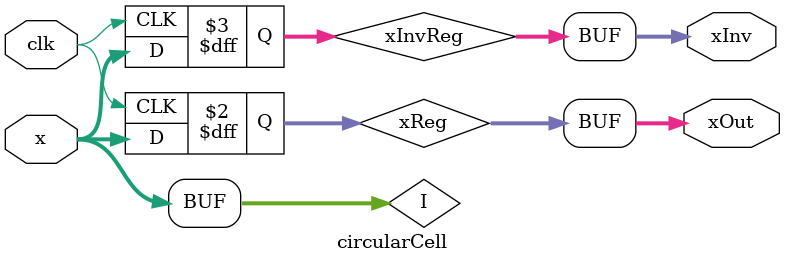
<source format=v>
`timescale 1ns / 1ps
module circularCell(clk,
						  x,
						  xInv,xOut);

parameter SZ = 8;

input clk;
input [SZ-1:0]x;
output [SZ-1:0]xInv;
output [SZ-1:0]xOut;

reg [SZ-1:0]xReg;
reg [SZ-1:0]xInvReg;

wire [SZ-1:0]I;
assign I = x;

always @(posedge clk)
begin
	xReg <= x;
	xInvReg <= I;
end

assign xInv = xInvReg;
assign xOut = xReg;

endmodule

</source>
